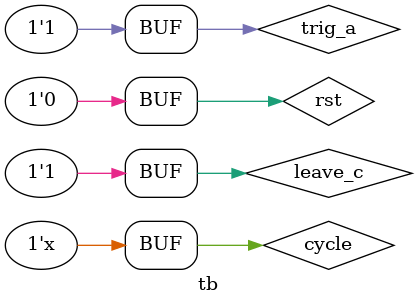
<source format=sv>
module fsm(
  input logic cycle,
  input logic trig_a,
  input logic rst,
  input logic leave_c,
  output logic start_of_a,
  output logic end_of_b
);
  //for 4 states we need 2 bits
  logic[1:0] present_state,next_state;
  //defining state names
  parameter IDLE=2'b00, A=2'b01, B=2'b11, C=2'b10;
  //defining cycle_counter
  logic[3:0] cycle_counter=0;//4 bits because we would need to calculate max 8 cycles(0 to 7)
  
  
  always@(posedge cycle, posedge rst) begin
    if(rst==1) begin
      present_state <= IDLE;
      next_state <= IDLE;
      cycle_counter <= 0;
      start_of_a <= 0;
      end_of_b <= 0; 
    end
    else 
      present_state <= next_state;
  end
  
  
  always@(present_state, cycle) begin
    case(present_state)
      IDLE:begin
        if(trig_a==1) begin
          next_state <= A;
          cycle_counter <= 0;
        end
        else
          next_state <= IDLE;
      end
      A:begin
        if(cycle_counter==0) start_of_a <= 1;
        if(cycle_counter>=4) begin
          next_state <= B;
          cycle_counter <= 0;
        end
        else begin
          next_state <= A;
          cycle_counter++;
        end
      end
      B:begin
        if(cycle_counter >=8) begin
          next_state <= C;
          cycle_counter <= 0;
        end
        else begin
          next_state <= B;
          cycle_counter++;
        end
      end
      C:begin
        if(leave_c==1) begin
          next_state <= A;
          cycle_counter <= 0;
        end        	
        else
          next_state <= C;
      end
      default: next_state <= IDLE;
    endcase
    end
  always@(*) $display("time=%0t, cycle= %b,leave_c=%d, state=%d cycle_counter=%d",$time,cycle,leave_c,present_state,cycle_counter);
endmodule

module tb;
  logic cycle, trig_a, rst, leave_c, start_of_a, end_of_b;
  fsm fsm1(
    .cycle(cycle),
    .trig_a(trig_a),
    .rst(rst),
    .leave_c(leave_c),
    .start_of_a(start_of_a),
    .end_of_b(end_of_b)
  );
  always #5 cycle=~cycle;
  initial begin
    cycle = 0;
    rst =1;
    #1 rst =0;
    #18 trig_a=1;
    //12 clocks 
    #1200 leave_c=1;
  end
endmodule
</source>
